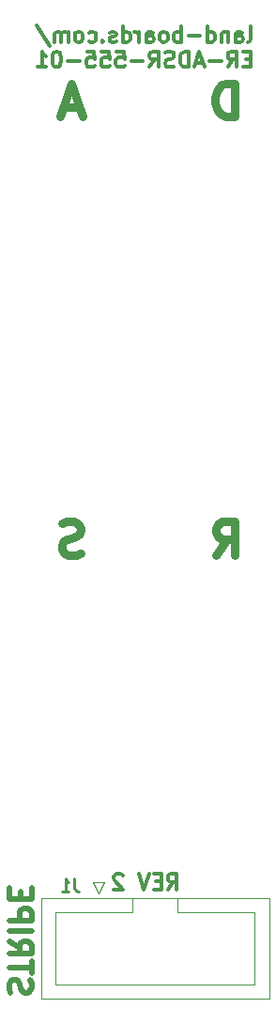
<source format=gbo>
%TF.GenerationSoftware,KiCad,Pcbnew,(6.0.1)*%
%TF.CreationDate,2022-11-06T07:50:35-05:00*%
%TF.ProjectId,ER-ADSR-555-01,45522d41-4453-4522-9d35-35352d30312e,rev?*%
%TF.SameCoordinates,Original*%
%TF.FileFunction,Legend,Bot*%
%TF.FilePolarity,Positive*%
%FSLAX46Y46*%
G04 Gerber Fmt 4.6, Leading zero omitted, Abs format (unit mm)*
G04 Created by KiCad (PCBNEW (6.0.1)) date 2022-11-06 07:50:35*
%MOMM*%
%LPD*%
G01*
G04 APERTURE LIST*
%ADD10C,0.304800*%
%ADD11C,0.750000*%
%ADD12C,0.500000*%
%ADD13C,0.285750*%
%ADD14C,0.120000*%
G04 APERTURE END LIST*
D10*
X22960995Y-23637391D02*
X23094042Y-23570867D01*
X23160566Y-23437819D01*
X23160566Y-22240391D01*
X21830090Y-23637391D02*
X21830090Y-22905629D01*
X21896614Y-22772581D01*
X22029661Y-22706057D01*
X22295757Y-22706057D01*
X22428804Y-22772581D01*
X21830090Y-23570867D02*
X21963138Y-23637391D01*
X22295757Y-23637391D01*
X22428804Y-23570867D01*
X22495328Y-23437819D01*
X22495328Y-23304772D01*
X22428804Y-23171724D01*
X22295757Y-23105200D01*
X21963138Y-23105200D01*
X21830090Y-23038676D01*
X21164852Y-22706057D02*
X21164852Y-23637391D01*
X21164852Y-22839105D02*
X21098328Y-22772581D01*
X20965280Y-22706057D01*
X20765709Y-22706057D01*
X20632661Y-22772581D01*
X20566138Y-22905629D01*
X20566138Y-23637391D01*
X19302185Y-23637391D02*
X19302185Y-22240391D01*
X19302185Y-23570867D02*
X19435233Y-23637391D01*
X19701328Y-23637391D01*
X19834376Y-23570867D01*
X19900900Y-23504343D01*
X19967423Y-23371295D01*
X19967423Y-22972153D01*
X19900900Y-22839105D01*
X19834376Y-22772581D01*
X19701328Y-22706057D01*
X19435233Y-22706057D01*
X19302185Y-22772581D01*
X18636947Y-23105200D02*
X17572566Y-23105200D01*
X16907328Y-23637391D02*
X16907328Y-22240391D01*
X16907328Y-22772581D02*
X16774280Y-22706057D01*
X16508185Y-22706057D01*
X16375138Y-22772581D01*
X16308614Y-22839105D01*
X16242090Y-22972153D01*
X16242090Y-23371295D01*
X16308614Y-23504343D01*
X16375138Y-23570867D01*
X16508185Y-23637391D01*
X16774280Y-23637391D01*
X16907328Y-23570867D01*
X15443804Y-23637391D02*
X15576852Y-23570867D01*
X15643376Y-23504343D01*
X15709900Y-23371295D01*
X15709900Y-22972153D01*
X15643376Y-22839105D01*
X15576852Y-22772581D01*
X15443804Y-22706057D01*
X15244233Y-22706057D01*
X15111185Y-22772581D01*
X15044661Y-22839105D01*
X14978138Y-22972153D01*
X14978138Y-23371295D01*
X15044661Y-23504343D01*
X15111185Y-23570867D01*
X15244233Y-23637391D01*
X15443804Y-23637391D01*
X13780709Y-23637391D02*
X13780709Y-22905629D01*
X13847233Y-22772581D01*
X13980280Y-22706057D01*
X14246376Y-22706057D01*
X14379423Y-22772581D01*
X13780709Y-23570867D02*
X13913757Y-23637391D01*
X14246376Y-23637391D01*
X14379423Y-23570867D01*
X14445947Y-23437819D01*
X14445947Y-23304772D01*
X14379423Y-23171724D01*
X14246376Y-23105200D01*
X13913757Y-23105200D01*
X13780709Y-23038676D01*
X13115471Y-23637391D02*
X13115471Y-22706057D01*
X13115471Y-22972153D02*
X13048947Y-22839105D01*
X12982423Y-22772581D01*
X12849376Y-22706057D01*
X12716328Y-22706057D01*
X11651947Y-23637391D02*
X11651947Y-22240391D01*
X11651947Y-23570867D02*
X11784995Y-23637391D01*
X12051090Y-23637391D01*
X12184138Y-23570867D01*
X12250661Y-23504343D01*
X12317185Y-23371295D01*
X12317185Y-22972153D01*
X12250661Y-22839105D01*
X12184138Y-22772581D01*
X12051090Y-22706057D01*
X11784995Y-22706057D01*
X11651947Y-22772581D01*
X11053233Y-23570867D02*
X10920185Y-23637391D01*
X10654090Y-23637391D01*
X10521042Y-23570867D01*
X10454519Y-23437819D01*
X10454519Y-23371295D01*
X10521042Y-23238248D01*
X10654090Y-23171724D01*
X10853661Y-23171724D01*
X10986709Y-23105200D01*
X11053233Y-22972153D01*
X11053233Y-22905629D01*
X10986709Y-22772581D01*
X10853661Y-22706057D01*
X10654090Y-22706057D01*
X10521042Y-22772581D01*
X9855804Y-23504343D02*
X9789280Y-23570867D01*
X9855804Y-23637391D01*
X9922328Y-23570867D01*
X9855804Y-23504343D01*
X9855804Y-23637391D01*
X8591852Y-23570867D02*
X8724900Y-23637391D01*
X8990995Y-23637391D01*
X9124042Y-23570867D01*
X9190566Y-23504343D01*
X9257090Y-23371295D01*
X9257090Y-22972153D01*
X9190566Y-22839105D01*
X9124042Y-22772581D01*
X8990995Y-22706057D01*
X8724900Y-22706057D01*
X8591852Y-22772581D01*
X7793566Y-23637391D02*
X7926614Y-23570867D01*
X7993138Y-23504343D01*
X8059661Y-23371295D01*
X8059661Y-22972153D01*
X7993138Y-22839105D01*
X7926614Y-22772581D01*
X7793566Y-22706057D01*
X7593995Y-22706057D01*
X7460947Y-22772581D01*
X7394423Y-22839105D01*
X7327900Y-22972153D01*
X7327900Y-23371295D01*
X7394423Y-23504343D01*
X7460947Y-23570867D01*
X7593995Y-23637391D01*
X7793566Y-23637391D01*
X6729185Y-23637391D02*
X6729185Y-22706057D01*
X6729185Y-22839105D02*
X6662661Y-22772581D01*
X6529614Y-22706057D01*
X6330042Y-22706057D01*
X6196995Y-22772581D01*
X6130471Y-22905629D01*
X6130471Y-23637391D01*
X6130471Y-22905629D02*
X6063947Y-22772581D01*
X5930900Y-22706057D01*
X5731328Y-22706057D01*
X5598280Y-22772581D01*
X5531757Y-22905629D01*
X5531757Y-23637391D01*
X3868661Y-22173867D02*
X5066090Y-23970010D01*
X23193828Y-25154799D02*
X22728161Y-25154799D01*
X22528590Y-25886561D02*
X23193828Y-25886561D01*
X23193828Y-24489561D01*
X22528590Y-24489561D01*
X21131590Y-25886561D02*
X21597257Y-25221323D01*
X21929876Y-25886561D02*
X21929876Y-24489561D01*
X21397685Y-24489561D01*
X21264638Y-24556085D01*
X21198114Y-24622608D01*
X21131590Y-24755656D01*
X21131590Y-24955227D01*
X21198114Y-25088275D01*
X21264638Y-25154799D01*
X21397685Y-25221323D01*
X21929876Y-25221323D01*
X20532876Y-25354370D02*
X19468495Y-25354370D01*
X18869780Y-25487418D02*
X18204542Y-25487418D01*
X19002828Y-25886561D02*
X18537161Y-24489561D01*
X18071495Y-25886561D01*
X17605828Y-25886561D02*
X17605828Y-24489561D01*
X17273209Y-24489561D01*
X17073638Y-24556085D01*
X16940590Y-24689132D01*
X16874066Y-24822180D01*
X16807542Y-25088275D01*
X16807542Y-25287846D01*
X16874066Y-25553942D01*
X16940590Y-25686989D01*
X17073638Y-25820037D01*
X17273209Y-25886561D01*
X17605828Y-25886561D01*
X16275352Y-25820037D02*
X16075780Y-25886561D01*
X15743161Y-25886561D01*
X15610114Y-25820037D01*
X15543590Y-25753513D01*
X15477066Y-25620465D01*
X15477066Y-25487418D01*
X15543590Y-25354370D01*
X15610114Y-25287846D01*
X15743161Y-25221323D01*
X16009257Y-25154799D01*
X16142304Y-25088275D01*
X16208828Y-25021751D01*
X16275352Y-24888704D01*
X16275352Y-24755656D01*
X16208828Y-24622608D01*
X16142304Y-24556085D01*
X16009257Y-24489561D01*
X15676638Y-24489561D01*
X15477066Y-24556085D01*
X14080066Y-25886561D02*
X14545733Y-25221323D01*
X14878352Y-25886561D02*
X14878352Y-24489561D01*
X14346161Y-24489561D01*
X14213114Y-24556085D01*
X14146590Y-24622608D01*
X14080066Y-24755656D01*
X14080066Y-24955227D01*
X14146590Y-25088275D01*
X14213114Y-25154799D01*
X14346161Y-25221323D01*
X14878352Y-25221323D01*
X13481352Y-25354370D02*
X12416971Y-25354370D01*
X11086495Y-24489561D02*
X11751733Y-24489561D01*
X11818257Y-25154799D01*
X11751733Y-25088275D01*
X11618685Y-25021751D01*
X11286066Y-25021751D01*
X11153019Y-25088275D01*
X11086495Y-25154799D01*
X11019971Y-25287846D01*
X11019971Y-25620465D01*
X11086495Y-25753513D01*
X11153019Y-25820037D01*
X11286066Y-25886561D01*
X11618685Y-25886561D01*
X11751733Y-25820037D01*
X11818257Y-25753513D01*
X9756019Y-24489561D02*
X10421257Y-24489561D01*
X10487780Y-25154799D01*
X10421257Y-25088275D01*
X10288209Y-25021751D01*
X9955590Y-25021751D01*
X9822542Y-25088275D01*
X9756019Y-25154799D01*
X9689495Y-25287846D01*
X9689495Y-25620465D01*
X9756019Y-25753513D01*
X9822542Y-25820037D01*
X9955590Y-25886561D01*
X10288209Y-25886561D01*
X10421257Y-25820037D01*
X10487780Y-25753513D01*
X8425542Y-24489561D02*
X9090780Y-24489561D01*
X9157304Y-25154799D01*
X9090780Y-25088275D01*
X8957733Y-25021751D01*
X8625114Y-25021751D01*
X8492066Y-25088275D01*
X8425542Y-25154799D01*
X8359019Y-25287846D01*
X8359019Y-25620465D01*
X8425542Y-25753513D01*
X8492066Y-25820037D01*
X8625114Y-25886561D01*
X8957733Y-25886561D01*
X9090780Y-25820037D01*
X9157304Y-25753513D01*
X7760304Y-25354370D02*
X6695923Y-25354370D01*
X5764590Y-24489561D02*
X5631542Y-24489561D01*
X5498495Y-24556085D01*
X5431971Y-24622608D01*
X5365447Y-24755656D01*
X5298923Y-25021751D01*
X5298923Y-25354370D01*
X5365447Y-25620465D01*
X5431971Y-25753513D01*
X5498495Y-25820037D01*
X5631542Y-25886561D01*
X5764590Y-25886561D01*
X5897638Y-25820037D01*
X5964161Y-25753513D01*
X6030685Y-25620465D01*
X6097209Y-25354370D01*
X6097209Y-25021751D01*
X6030685Y-24755656D01*
X5964161Y-24622608D01*
X5897638Y-24556085D01*
X5764590Y-24489561D01*
X3968447Y-25886561D02*
X4766733Y-25886561D01*
X4367590Y-25886561D02*
X4367590Y-24489561D01*
X4500638Y-24689132D01*
X4633685Y-24822180D01*
X4766733Y-24888704D01*
X15711714Y-99996776D02*
X16177380Y-99331538D01*
X16510000Y-99996776D02*
X16510000Y-98599776D01*
X15977809Y-98599776D01*
X15844761Y-98666300D01*
X15778238Y-98732823D01*
X15711714Y-98865871D01*
X15711714Y-99065442D01*
X15778238Y-99198490D01*
X15844761Y-99265014D01*
X15977809Y-99331538D01*
X16510000Y-99331538D01*
X15113000Y-99265014D02*
X14647333Y-99265014D01*
X14447761Y-99996776D02*
X15113000Y-99996776D01*
X15113000Y-98599776D01*
X14447761Y-98599776D01*
X14048619Y-98599776D02*
X13582952Y-99996776D01*
X13117285Y-98599776D01*
X11653761Y-98732823D02*
X11587238Y-98666300D01*
X11454190Y-98599776D01*
X11121571Y-98599776D01*
X10988523Y-98666300D01*
X10922000Y-98732823D01*
X10855476Y-98865871D01*
X10855476Y-98998919D01*
X10922000Y-99198490D01*
X11720285Y-99996776D01*
X10855476Y-99996776D01*
D11*
X21715314Y-30363942D02*
X21715314Y-27363943D01*
X21001028Y-27363943D01*
X20572457Y-27506800D01*
X20286743Y-27792514D01*
X20143885Y-28078228D01*
X20001028Y-28649657D01*
X20001028Y-29078228D01*
X20143885Y-29649656D01*
X20286743Y-29935371D01*
X20572457Y-30221085D01*
X21001028Y-30363942D01*
X21715314Y-30363942D01*
X7714285Y-29499999D02*
X6285714Y-29499999D01*
X7999999Y-30357142D02*
X7000000Y-27357143D01*
X6000000Y-30357142D01*
X7857142Y-69714285D02*
X7428571Y-69857142D01*
X6714285Y-69857142D01*
X6428571Y-69714285D01*
X6285714Y-69571428D01*
X6142857Y-69285714D01*
X6142857Y-68999999D01*
X6285714Y-68714285D01*
X6428571Y-68571428D01*
X6714285Y-68428571D01*
X7285714Y-68285714D01*
X7571428Y-68142857D01*
X7714285Y-68000000D01*
X7857142Y-67714285D01*
X7857142Y-67428571D01*
X7714285Y-67142857D01*
X7571428Y-67000000D01*
X7285714Y-66857143D01*
X6571428Y-66857143D01*
X6142857Y-67000000D01*
D12*
X1527276Y-109311485D02*
X1432038Y-109025771D01*
X1432038Y-108549580D01*
X1527276Y-108359104D01*
X1622514Y-108263866D01*
X1812990Y-108168628D01*
X2003466Y-108168628D01*
X2193942Y-108263866D01*
X2289180Y-108359104D01*
X2384419Y-108549580D01*
X2479657Y-108930533D01*
X2574895Y-109121009D01*
X2670133Y-109216247D01*
X2860609Y-109311485D01*
X3051085Y-109311485D01*
X3241561Y-109216247D01*
X3336799Y-109121009D01*
X3432038Y-108930533D01*
X3432038Y-108454342D01*
X3336799Y-108168628D01*
X3432038Y-107597200D02*
X3432038Y-106454342D01*
X1432038Y-107025771D02*
X3432038Y-107025771D01*
X1432038Y-104644819D02*
X2384419Y-105311485D01*
X1432038Y-105787676D02*
X3432038Y-105787676D01*
X3432038Y-105025771D01*
X3336800Y-104835295D01*
X3241561Y-104740057D01*
X3051085Y-104644819D01*
X2765371Y-104644819D01*
X2574895Y-104740057D01*
X2479657Y-104835295D01*
X2384419Y-105025771D01*
X2384419Y-105787676D01*
X1432038Y-103787676D02*
X3432038Y-103787676D01*
X1432038Y-102835295D02*
X3432038Y-102835295D01*
X3432038Y-102073390D01*
X3336800Y-101882914D01*
X3241561Y-101787676D01*
X3051085Y-101692438D01*
X2765371Y-101692438D01*
X2574895Y-101787676D01*
X2479657Y-101882914D01*
X2384419Y-102073390D01*
X2384419Y-102835295D01*
X2479657Y-100835295D02*
X2479657Y-100168628D01*
X1432038Y-99882914D02*
X1432038Y-100835295D01*
X3432038Y-100835295D01*
X3432038Y-99882914D01*
D11*
X20051828Y-69857142D02*
X21051828Y-68428571D01*
X21766114Y-69857142D02*
X21766114Y-66857143D01*
X20623257Y-66857143D01*
X20337543Y-67000000D01*
X20194685Y-67142857D01*
X20051828Y-67428571D01*
X20051828Y-67857143D01*
X20194685Y-68142857D01*
X20337543Y-68285714D01*
X20623257Y-68428571D01*
X21766114Y-68428571D01*
D13*
%TO.C,J1*%
X7289800Y-99043671D02*
X7289800Y-99860100D01*
X7344228Y-100023385D01*
X7453085Y-100132242D01*
X7616371Y-100186671D01*
X7725228Y-100186671D01*
X6146800Y-100186671D02*
X6799942Y-100186671D01*
X6473371Y-100186671D02*
X6473371Y-99043671D01*
X6582228Y-99206957D01*
X6691085Y-99315814D01*
X6799942Y-99370242D01*
D14*
X12529600Y-102067900D02*
X5589600Y-102067900D01*
X4289600Y-100757900D02*
X4289600Y-109877900D01*
X24869600Y-100757900D02*
X4289600Y-100757900D01*
X5589600Y-108567900D02*
X23569600Y-108567900D01*
X16629600Y-102067900D02*
X16629600Y-100757900D01*
X23569600Y-108567900D02*
X23569600Y-102067900D01*
X9499600Y-100367900D02*
X8999600Y-99367900D01*
X23569600Y-102067900D02*
X16629600Y-102067900D01*
X5589600Y-102067900D02*
X5589600Y-108567900D01*
X24869600Y-109877900D02*
X24869600Y-100757900D01*
X16629600Y-102067900D02*
X16629600Y-102067900D01*
X9999600Y-99367900D02*
X9499600Y-100367900D01*
X8999600Y-99367900D02*
X9999600Y-99367900D01*
X4289600Y-109877900D02*
X24869600Y-109877900D01*
X12529600Y-100757900D02*
X12529600Y-102067900D01*
%TD*%
M02*

</source>
